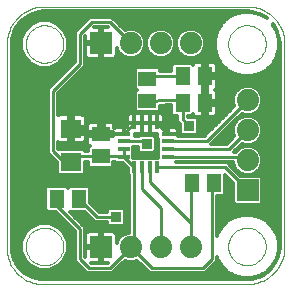
<source format=gtl>
G75*
G70*
%OFA0B0*%
%FSLAX24Y24*%
%IPPOS*%
%LPD*%
%AMOC8*
5,1,8,0,0,1.08239X$1,22.5*
%
%ADD10C,0.0000*%
%ADD11R,0.0157X0.0394*%
%ADD12R,0.0394X0.0157*%
%ADD13R,0.0591X0.0512*%
%ADD14R,0.0709X0.0630*%
%ADD15R,0.0512X0.0591*%
%ADD16R,0.0512X0.0630*%
%ADD17R,0.0740X0.0740*%
%ADD18C,0.0740*%
%ADD19R,0.0356X0.0356*%
%ADD20C,0.0100*%
%ADD21C,0.0120*%
D10*
X000536Y001785D02*
X000534Y001719D01*
X000536Y001653D01*
X000542Y001587D01*
X000551Y001521D01*
X000564Y001456D01*
X000581Y001391D01*
X000601Y001328D01*
X000625Y001266D01*
X000652Y001206D01*
X000683Y001147D01*
X000717Y001089D01*
X000754Y001034D01*
X000794Y000981D01*
X000837Y000931D01*
X000882Y000882D01*
X000931Y000837D01*
X000981Y000794D01*
X001034Y000754D01*
X001089Y000717D01*
X001147Y000683D01*
X001206Y000652D01*
X001266Y000625D01*
X001328Y000601D01*
X001391Y000581D01*
X001456Y000564D01*
X001521Y000551D01*
X001587Y000542D01*
X001653Y000536D01*
X001719Y000534D01*
X001785Y000536D01*
X001785Y000535D02*
X008535Y000535D01*
X008603Y000537D01*
X008670Y000542D01*
X008737Y000551D01*
X008804Y000564D01*
X008869Y000581D01*
X008934Y000600D01*
X008998Y000624D01*
X009060Y000651D01*
X009121Y000681D01*
X009179Y000714D01*
X009236Y000750D01*
X009291Y000790D01*
X009344Y000832D01*
X009395Y000878D01*
X009442Y000925D01*
X009488Y000976D01*
X009530Y001029D01*
X009570Y001084D01*
X009606Y001141D01*
X009639Y001199D01*
X009669Y001260D01*
X009696Y001322D01*
X009720Y001386D01*
X009739Y001451D01*
X009756Y001516D01*
X009769Y001583D01*
X009778Y001650D01*
X009783Y001717D01*
X009785Y001785D01*
X009785Y008535D01*
X009783Y008603D01*
X009778Y008670D01*
X009769Y008737D01*
X009756Y008804D01*
X009739Y008869D01*
X009720Y008934D01*
X009696Y008998D01*
X009669Y009060D01*
X009639Y009121D01*
X009606Y009179D01*
X009570Y009236D01*
X009530Y009291D01*
X009488Y009344D01*
X009442Y009395D01*
X009395Y009442D01*
X009344Y009488D01*
X009291Y009530D01*
X009236Y009570D01*
X009179Y009606D01*
X009121Y009639D01*
X009060Y009669D01*
X008998Y009696D01*
X008934Y009720D01*
X008869Y009739D01*
X008804Y009756D01*
X008737Y009769D01*
X008670Y009778D01*
X008603Y009783D01*
X008535Y009785D01*
X001785Y009785D01*
X001160Y008535D02*
X001162Y008585D01*
X001168Y008634D01*
X001178Y008683D01*
X001191Y008730D01*
X001209Y008777D01*
X001230Y008822D01*
X001254Y008865D01*
X001282Y008906D01*
X001313Y008945D01*
X001347Y008981D01*
X001384Y009015D01*
X001424Y009045D01*
X001465Y009072D01*
X001509Y009096D01*
X001554Y009116D01*
X001601Y009132D01*
X001649Y009145D01*
X001698Y009154D01*
X001748Y009159D01*
X001797Y009160D01*
X001847Y009157D01*
X001896Y009150D01*
X001945Y009139D01*
X001992Y009125D01*
X002038Y009106D01*
X002083Y009084D01*
X002126Y009059D01*
X002166Y009030D01*
X002204Y008998D01*
X002240Y008964D01*
X002273Y008926D01*
X002302Y008886D01*
X002328Y008844D01*
X002351Y008800D01*
X002370Y008754D01*
X002386Y008707D01*
X002398Y008658D01*
X002406Y008609D01*
X002410Y008560D01*
X002410Y008510D01*
X002406Y008461D01*
X002398Y008412D01*
X002386Y008363D01*
X002370Y008316D01*
X002351Y008270D01*
X002328Y008226D01*
X002302Y008184D01*
X002273Y008144D01*
X002240Y008106D01*
X002204Y008072D01*
X002166Y008040D01*
X002126Y008011D01*
X002083Y007986D01*
X002038Y007964D01*
X001992Y007945D01*
X001945Y007931D01*
X001896Y007920D01*
X001847Y007913D01*
X001797Y007910D01*
X001748Y007911D01*
X001698Y007916D01*
X001649Y007925D01*
X001601Y007938D01*
X001554Y007954D01*
X001509Y007974D01*
X001465Y007998D01*
X001424Y008025D01*
X001384Y008055D01*
X001347Y008089D01*
X001313Y008125D01*
X001282Y008164D01*
X001254Y008205D01*
X001230Y008248D01*
X001209Y008293D01*
X001191Y008340D01*
X001178Y008387D01*
X001168Y008436D01*
X001162Y008485D01*
X001160Y008535D01*
X000535Y008535D02*
X000535Y001785D01*
X001160Y001785D02*
X001162Y001835D01*
X001168Y001884D01*
X001178Y001933D01*
X001191Y001980D01*
X001209Y002027D01*
X001230Y002072D01*
X001254Y002115D01*
X001282Y002156D01*
X001313Y002195D01*
X001347Y002231D01*
X001384Y002265D01*
X001424Y002295D01*
X001465Y002322D01*
X001509Y002346D01*
X001554Y002366D01*
X001601Y002382D01*
X001649Y002395D01*
X001698Y002404D01*
X001748Y002409D01*
X001797Y002410D01*
X001847Y002407D01*
X001896Y002400D01*
X001945Y002389D01*
X001992Y002375D01*
X002038Y002356D01*
X002083Y002334D01*
X002126Y002309D01*
X002166Y002280D01*
X002204Y002248D01*
X002240Y002214D01*
X002273Y002176D01*
X002302Y002136D01*
X002328Y002094D01*
X002351Y002050D01*
X002370Y002004D01*
X002386Y001957D01*
X002398Y001908D01*
X002406Y001859D01*
X002410Y001810D01*
X002410Y001760D01*
X002406Y001711D01*
X002398Y001662D01*
X002386Y001613D01*
X002370Y001566D01*
X002351Y001520D01*
X002328Y001476D01*
X002302Y001434D01*
X002273Y001394D01*
X002240Y001356D01*
X002204Y001322D01*
X002166Y001290D01*
X002126Y001261D01*
X002083Y001236D01*
X002038Y001214D01*
X001992Y001195D01*
X001945Y001181D01*
X001896Y001170D01*
X001847Y001163D01*
X001797Y001160D01*
X001748Y001161D01*
X001698Y001166D01*
X001649Y001175D01*
X001601Y001188D01*
X001554Y001204D01*
X001509Y001224D01*
X001465Y001248D01*
X001424Y001275D01*
X001384Y001305D01*
X001347Y001339D01*
X001313Y001375D01*
X001282Y001414D01*
X001254Y001455D01*
X001230Y001498D01*
X001209Y001543D01*
X001191Y001590D01*
X001178Y001637D01*
X001168Y001686D01*
X001162Y001735D01*
X001160Y001785D01*
X000535Y008535D02*
X000537Y008603D01*
X000542Y008670D01*
X000551Y008737D01*
X000564Y008804D01*
X000581Y008869D01*
X000600Y008934D01*
X000624Y008998D01*
X000651Y009060D01*
X000681Y009121D01*
X000714Y009179D01*
X000750Y009236D01*
X000790Y009291D01*
X000832Y009344D01*
X000878Y009395D01*
X000925Y009442D01*
X000976Y009488D01*
X001029Y009530D01*
X001084Y009570D01*
X001141Y009606D01*
X001199Y009639D01*
X001260Y009669D01*
X001322Y009696D01*
X001386Y009720D01*
X001451Y009739D01*
X001516Y009756D01*
X001583Y009769D01*
X001650Y009778D01*
X001717Y009783D01*
X001785Y009785D01*
X007910Y008535D02*
X007912Y008585D01*
X007918Y008634D01*
X007928Y008683D01*
X007941Y008730D01*
X007959Y008777D01*
X007980Y008822D01*
X008004Y008865D01*
X008032Y008906D01*
X008063Y008945D01*
X008097Y008981D01*
X008134Y009015D01*
X008174Y009045D01*
X008215Y009072D01*
X008259Y009096D01*
X008304Y009116D01*
X008351Y009132D01*
X008399Y009145D01*
X008448Y009154D01*
X008498Y009159D01*
X008547Y009160D01*
X008597Y009157D01*
X008646Y009150D01*
X008695Y009139D01*
X008742Y009125D01*
X008788Y009106D01*
X008833Y009084D01*
X008876Y009059D01*
X008916Y009030D01*
X008954Y008998D01*
X008990Y008964D01*
X009023Y008926D01*
X009052Y008886D01*
X009078Y008844D01*
X009101Y008800D01*
X009120Y008754D01*
X009136Y008707D01*
X009148Y008658D01*
X009156Y008609D01*
X009160Y008560D01*
X009160Y008510D01*
X009156Y008461D01*
X009148Y008412D01*
X009136Y008363D01*
X009120Y008316D01*
X009101Y008270D01*
X009078Y008226D01*
X009052Y008184D01*
X009023Y008144D01*
X008990Y008106D01*
X008954Y008072D01*
X008916Y008040D01*
X008876Y008011D01*
X008833Y007986D01*
X008788Y007964D01*
X008742Y007945D01*
X008695Y007931D01*
X008646Y007920D01*
X008597Y007913D01*
X008547Y007910D01*
X008498Y007911D01*
X008448Y007916D01*
X008399Y007925D01*
X008351Y007938D01*
X008304Y007954D01*
X008259Y007974D01*
X008215Y007998D01*
X008174Y008025D01*
X008134Y008055D01*
X008097Y008089D01*
X008063Y008125D01*
X008032Y008164D01*
X008004Y008205D01*
X007980Y008248D01*
X007959Y008293D01*
X007941Y008340D01*
X007928Y008387D01*
X007918Y008436D01*
X007912Y008485D01*
X007910Y008535D01*
X007910Y001785D02*
X007912Y001835D01*
X007918Y001884D01*
X007928Y001933D01*
X007941Y001980D01*
X007959Y002027D01*
X007980Y002072D01*
X008004Y002115D01*
X008032Y002156D01*
X008063Y002195D01*
X008097Y002231D01*
X008134Y002265D01*
X008174Y002295D01*
X008215Y002322D01*
X008259Y002346D01*
X008304Y002366D01*
X008351Y002382D01*
X008399Y002395D01*
X008448Y002404D01*
X008498Y002409D01*
X008547Y002410D01*
X008597Y002407D01*
X008646Y002400D01*
X008695Y002389D01*
X008742Y002375D01*
X008788Y002356D01*
X008833Y002334D01*
X008876Y002309D01*
X008916Y002280D01*
X008954Y002248D01*
X008990Y002214D01*
X009023Y002176D01*
X009052Y002136D01*
X009078Y002094D01*
X009101Y002050D01*
X009120Y002004D01*
X009136Y001957D01*
X009148Y001908D01*
X009156Y001859D01*
X009160Y001810D01*
X009160Y001760D01*
X009156Y001711D01*
X009148Y001662D01*
X009136Y001613D01*
X009120Y001566D01*
X009101Y001520D01*
X009078Y001476D01*
X009052Y001434D01*
X009023Y001394D01*
X008990Y001356D01*
X008954Y001322D01*
X008916Y001290D01*
X008876Y001261D01*
X008833Y001236D01*
X008788Y001214D01*
X008742Y001195D01*
X008695Y001181D01*
X008646Y001170D01*
X008597Y001163D01*
X008547Y001160D01*
X008498Y001161D01*
X008448Y001166D01*
X008399Y001175D01*
X008351Y001188D01*
X008304Y001204D01*
X008259Y001224D01*
X008215Y001248D01*
X008174Y001275D01*
X008134Y001305D01*
X008097Y001339D01*
X008063Y001375D01*
X008032Y001414D01*
X008004Y001455D01*
X007980Y001498D01*
X007959Y001543D01*
X007941Y001590D01*
X007928Y001637D01*
X007918Y001686D01*
X007912Y001735D01*
X007910Y001785D01*
D11*
X005544Y004432D03*
X005288Y004432D03*
X005032Y004432D03*
X004776Y004432D03*
X004776Y005888D03*
X005032Y005888D03*
X005288Y005888D03*
X005544Y005888D03*
D12*
X005888Y005544D03*
X005888Y005288D03*
X005888Y005032D03*
X005888Y004776D03*
X004432Y004776D03*
X004432Y005032D03*
X004432Y005288D03*
X004432Y005544D03*
D13*
X003660Y005534D03*
X003660Y004786D03*
X005210Y006636D03*
X005210Y007384D03*
D14*
X002660Y005711D03*
X002660Y004609D03*
D15*
X006386Y006560D03*
X007134Y006560D03*
D16*
X007134Y007460D03*
X006386Y007460D03*
X006686Y003910D03*
X007434Y003910D03*
X002934Y003360D03*
X002186Y003360D03*
D17*
X003660Y001760D03*
X008560Y003660D03*
X003660Y008560D03*
D18*
X004660Y008560D03*
X005660Y008560D03*
X006660Y008560D03*
X008560Y006660D03*
X008560Y005660D03*
X008560Y004660D03*
X006660Y001760D03*
X005660Y001760D03*
X004660Y001760D03*
D19*
X004160Y002760D03*
X005188Y005188D03*
X006610Y005810D03*
X007860Y007310D03*
X003760Y006260D03*
X001260Y003060D03*
X007760Y002860D03*
D20*
X007360Y003536D02*
X007434Y003910D01*
X007360Y003536D02*
X007360Y001360D01*
X007060Y001060D01*
X005360Y001060D01*
X004660Y001760D01*
X004760Y001860D01*
X004760Y002660D01*
X004776Y002676D01*
X004776Y004432D01*
X004432Y004776D01*
X004422Y004786D01*
X003660Y004786D01*
X002837Y004786D01*
X002660Y004609D01*
X002611Y004560D01*
X002460Y004560D01*
X002060Y004960D01*
X002060Y006960D01*
X002960Y007860D01*
X002960Y008860D01*
X003360Y009260D01*
X003960Y009260D01*
X004660Y008560D01*
X005210Y007384D02*
X005386Y007460D01*
X006386Y007460D01*
X007134Y007460D02*
X007134Y006560D01*
X006560Y006686D02*
X006386Y006560D01*
X006386Y006034D01*
X006610Y005810D01*
X007188Y005288D02*
X008560Y006660D01*
X008560Y005660D02*
X007932Y005032D01*
X005888Y005032D01*
X005888Y004776D02*
X008444Y004776D01*
X008560Y004660D01*
X007788Y004432D02*
X008560Y003660D01*
X007788Y004432D02*
X005544Y004432D01*
X005288Y004432D02*
X005288Y003932D01*
X006660Y002560D01*
X006660Y001760D01*
X006660Y003584D01*
X006686Y003910D01*
X005660Y003060D02*
X005660Y001760D01*
X004660Y001760D02*
X003960Y001060D01*
X003260Y001060D01*
X002960Y001360D01*
X002960Y002360D01*
X002160Y003160D01*
X002186Y003360D01*
X002734Y003286D02*
X002760Y003260D01*
X002734Y003286D02*
X002934Y003360D01*
X003534Y002760D01*
X004160Y002760D01*
X005032Y003688D02*
X005660Y003060D01*
X005032Y003688D02*
X005032Y004432D01*
X004432Y004776D02*
X004432Y005032D01*
X004432Y005288D02*
X005088Y005288D01*
X005110Y005310D01*
X005188Y005188D01*
X005288Y005888D02*
X005032Y005888D01*
X004776Y005888D01*
X004432Y005544D01*
X003670Y005544D01*
X003660Y005534D01*
X003860Y005734D01*
X003760Y005660D01*
X003760Y006260D01*
X003660Y005534D02*
X002837Y005534D01*
X002660Y005711D01*
X005210Y006636D02*
X006560Y006686D01*
X005544Y005888D02*
X005888Y005544D01*
X005888Y005288D02*
X007188Y005288D01*
X005544Y005888D02*
X005288Y005888D01*
D21*
X003109Y000971D02*
X001033Y000971D01*
X001103Y000901D02*
X000901Y001103D01*
X000762Y001354D01*
X000697Y001633D01*
X000695Y001764D01*
X000695Y001781D01*
X000698Y001843D01*
X000695Y001846D01*
X000695Y008469D01*
X000695Y008535D01*
X000708Y008706D01*
X000814Y009030D01*
X001014Y009306D01*
X001290Y009506D01*
X001614Y009612D01*
X001785Y009625D01*
X008535Y009625D01*
X008706Y009612D01*
X009030Y009506D01*
X009190Y009390D01*
X008947Y009530D01*
X008676Y009603D01*
X008394Y009603D01*
X008123Y009530D01*
X007879Y009389D01*
X007681Y009191D01*
X007540Y008947D01*
X007467Y008676D01*
X007467Y008394D01*
X007540Y008123D01*
X007681Y007879D01*
X007879Y007681D01*
X008123Y007540D01*
X008394Y007467D01*
X008676Y007467D01*
X008947Y007540D01*
X009191Y007681D01*
X009389Y007879D01*
X009530Y008123D01*
X009603Y008394D01*
X009603Y008676D01*
X009530Y008947D01*
X009390Y009190D01*
X009506Y009030D01*
X009612Y008706D01*
X009625Y008535D01*
X009625Y001785D01*
X009612Y001614D01*
X009506Y001290D01*
X009306Y001014D01*
X009030Y000814D01*
X008706Y000708D01*
X008535Y000695D01*
X001846Y000695D01*
X001843Y000698D01*
X001781Y000695D01*
X001764Y000695D01*
X001633Y000697D01*
X001354Y000762D01*
X001103Y000901D01*
X001190Y000853D02*
X008030Y000853D01*
X008126Y000797D02*
X007884Y000937D01*
X007687Y001134D01*
X007547Y001376D01*
X007530Y001440D01*
X007530Y001290D01*
X007130Y000890D01*
X005290Y000890D01*
X004865Y001315D01*
X004757Y001270D01*
X004563Y001270D01*
X004455Y001315D01*
X004130Y000990D01*
X004030Y000890D01*
X003190Y000890D01*
X002890Y001190D01*
X002790Y001290D01*
X002790Y002290D01*
X002155Y002925D01*
X001880Y002925D01*
X001810Y002995D01*
X001810Y003725D01*
X001880Y003795D01*
X002492Y003795D01*
X002560Y003727D01*
X002628Y003795D01*
X003240Y003795D01*
X003310Y003725D01*
X003310Y003225D01*
X003604Y002930D01*
X003862Y002930D01*
X003862Y002988D01*
X003932Y003058D01*
X004388Y003058D01*
X004458Y002988D01*
X004458Y002532D01*
X004388Y002462D01*
X003932Y002462D01*
X003862Y002532D01*
X003862Y002590D01*
X003464Y002590D01*
X003129Y002925D01*
X002635Y002925D01*
X003030Y002530D01*
X003030Y002530D01*
X003130Y002430D01*
X003130Y001430D01*
X003130Y001430D01*
X003130Y001720D01*
X003620Y001720D01*
X003620Y001800D01*
X003620Y002290D01*
X003269Y002290D01*
X003228Y002279D01*
X003192Y002258D01*
X003162Y002228D01*
X003141Y002192D01*
X003130Y002151D01*
X003130Y001800D01*
X003620Y001800D01*
X003700Y001800D01*
X003700Y002290D01*
X004051Y002290D01*
X004092Y002279D01*
X004128Y002258D01*
X004158Y002228D01*
X004179Y002192D01*
X004190Y002151D01*
X004190Y001906D01*
X004245Y002038D01*
X004382Y002175D01*
X004563Y002250D01*
X004590Y002250D01*
X004590Y002730D01*
X004606Y002747D01*
X004606Y004156D01*
X004577Y004185D01*
X004577Y004390D01*
X004390Y004577D01*
X004185Y004577D01*
X004147Y004616D01*
X004075Y004616D01*
X004075Y004480D01*
X004005Y004410D01*
X003315Y004410D01*
X003245Y004480D01*
X003245Y004616D01*
X003134Y004616D01*
X003134Y004244D01*
X003064Y004174D01*
X002256Y004174D01*
X002186Y004244D01*
X002186Y004594D01*
X001890Y004890D01*
X001890Y007030D01*
X001990Y007130D01*
X002790Y007930D01*
X002790Y008930D01*
X002890Y009030D01*
X003290Y009430D01*
X004030Y009430D01*
X004130Y009330D01*
X004455Y009005D01*
X004563Y009050D01*
X004757Y009050D01*
X004938Y008975D01*
X005075Y008838D01*
X005150Y008657D01*
X005150Y008463D01*
X005075Y008282D01*
X004938Y008145D01*
X004757Y008070D01*
X004563Y008070D01*
X004382Y008145D01*
X004245Y008282D01*
X004190Y008414D01*
X004190Y008169D01*
X004179Y008128D01*
X004158Y008092D01*
X004128Y008062D01*
X004092Y008041D01*
X004051Y008030D01*
X003700Y008030D01*
X003700Y008520D01*
X003620Y008520D01*
X003620Y008030D01*
X003269Y008030D01*
X003228Y008041D01*
X003192Y008062D01*
X003162Y008092D01*
X003141Y008128D01*
X003130Y008169D01*
X003130Y008520D01*
X003620Y008520D01*
X003620Y008600D01*
X003620Y009090D01*
X003430Y009090D01*
X003430Y009090D01*
X003890Y009090D01*
X003700Y009090D01*
X003700Y008600D01*
X003620Y008600D01*
X003130Y008600D01*
X003130Y008790D01*
X003130Y008790D01*
X003130Y007790D01*
X002230Y006890D01*
X002230Y006167D01*
X002244Y006175D01*
X002285Y006186D01*
X002600Y006186D01*
X002600Y005771D01*
X002720Y005771D01*
X003174Y005771D01*
X003174Y006047D01*
X003163Y006088D01*
X003142Y006124D01*
X003113Y006154D01*
X003076Y006175D01*
X003035Y006186D01*
X002720Y006186D01*
X002720Y005771D01*
X002720Y005651D01*
X002720Y005236D01*
X003035Y005236D01*
X003076Y005247D01*
X003113Y005268D01*
X003142Y005298D01*
X003163Y005334D01*
X003174Y005375D01*
X003174Y005651D01*
X002720Y005651D01*
X002600Y005651D01*
X002600Y005236D01*
X002285Y005236D01*
X002244Y005247D01*
X002230Y005255D01*
X002230Y005030D01*
X002236Y005024D01*
X002256Y005044D01*
X003064Y005044D01*
X003134Y004973D01*
X003134Y004956D01*
X003245Y004956D01*
X003245Y005092D01*
X003290Y005137D01*
X003266Y005150D01*
X003237Y005180D01*
X003216Y005216D01*
X003205Y005257D01*
X003205Y005474D01*
X003174Y005474D01*
X003205Y005474D02*
X003600Y005474D01*
X003600Y005594D01*
X003205Y005594D01*
X003205Y005811D01*
X003216Y005852D01*
X003237Y005888D01*
X003266Y005918D01*
X003303Y005939D01*
X003344Y005950D01*
X003600Y005950D01*
X003600Y005594D01*
X003720Y005594D01*
X004075Y005594D01*
X004075Y005544D01*
X004432Y005544D01*
X004432Y005544D01*
X004432Y005783D01*
X004537Y005783D01*
X004537Y005888D01*
X004776Y005888D01*
X004776Y005888D01*
X004776Y005888D01*
X005032Y005888D01*
X005032Y005888D01*
X005032Y005531D01*
X005132Y005531D01*
X005160Y005539D01*
X005188Y005531D01*
X005288Y005531D01*
X005388Y005531D01*
X005416Y005539D01*
X005444Y005531D01*
X005531Y005531D01*
X005531Y005444D01*
X005542Y005403D01*
X005563Y005367D01*
X005571Y005359D01*
X005571Y004749D01*
X004749Y004749D01*
X004749Y005118D01*
X004890Y005118D01*
X004890Y004960D01*
X004960Y004890D01*
X005416Y004890D01*
X005486Y004960D01*
X005486Y005416D01*
X005416Y005486D01*
X005101Y005486D01*
X005078Y005491D01*
X005070Y005486D01*
X004960Y005486D01*
X004932Y005458D01*
X004789Y005458D01*
X004789Y005531D01*
X004876Y005531D01*
X004904Y005539D01*
X004932Y005531D01*
X005032Y005531D01*
X005032Y005888D01*
X005032Y005888D01*
X005032Y005888D01*
X005288Y005888D01*
X005288Y005531D01*
X005288Y005888D01*
X005288Y005888D01*
X005288Y005888D01*
X005544Y005888D01*
X005544Y005888D01*
X005783Y005888D01*
X005783Y005783D01*
X005888Y005783D01*
X005888Y005544D01*
X005888Y005544D01*
X005888Y005783D01*
X006106Y005783D01*
X006147Y005772D01*
X006183Y005751D01*
X006213Y005721D01*
X006234Y005684D01*
X006245Y005644D01*
X006245Y005544D01*
X005888Y005544D01*
X005888Y005544D01*
X006245Y005544D01*
X006245Y005458D01*
X007118Y005458D01*
X008115Y006455D01*
X008070Y006563D01*
X008070Y006757D01*
X008145Y006938D01*
X008282Y007075D01*
X008463Y007150D01*
X008657Y007150D01*
X008838Y007075D01*
X008975Y006938D01*
X009050Y006757D01*
X009050Y006563D01*
X008975Y006382D01*
X008838Y006245D01*
X008657Y006170D01*
X008463Y006170D01*
X008355Y006215D01*
X007342Y005202D01*
X007862Y005202D01*
X008115Y005455D01*
X008070Y005563D01*
X008070Y005757D01*
X008145Y005938D01*
X008282Y006075D01*
X008463Y006150D01*
X008657Y006150D01*
X008838Y006075D01*
X008975Y005938D01*
X009050Y005757D01*
X009050Y005563D01*
X008975Y005382D01*
X008838Y005245D01*
X008657Y005170D01*
X008463Y005170D01*
X008355Y005215D01*
X008087Y004946D01*
X008153Y004946D01*
X008282Y005075D01*
X008463Y005150D01*
X008657Y005150D01*
X008838Y005075D01*
X008975Y004938D01*
X009050Y004757D01*
X009050Y004563D01*
X008975Y004382D01*
X008838Y004245D01*
X008657Y004170D01*
X008463Y004170D01*
X008282Y004245D01*
X008145Y004382D01*
X008070Y004563D01*
X008070Y004606D01*
X006164Y004606D01*
X006159Y004602D01*
X007859Y004602D01*
X008310Y004150D01*
X008980Y004150D01*
X009050Y004080D01*
X009050Y003240D01*
X008980Y003170D01*
X008140Y003170D01*
X008070Y003240D01*
X008070Y003910D01*
X007810Y004170D01*
X007810Y003545D01*
X007740Y003475D01*
X007530Y003475D01*
X007530Y002130D01*
X007547Y002194D01*
X007687Y002436D01*
X007884Y002633D01*
X008126Y002773D01*
X008395Y002845D01*
X008675Y002845D01*
X008944Y002773D01*
X009186Y002633D01*
X009383Y002436D01*
X009523Y002194D01*
X009595Y001925D01*
X009595Y001645D01*
X009523Y001376D01*
X009383Y001134D01*
X009186Y000937D01*
X008944Y000797D01*
X008675Y000725D01*
X008395Y000725D01*
X008126Y000797D01*
X007850Y000971D02*
X007211Y000971D01*
X007330Y001090D02*
X007731Y001090D01*
X007644Y001208D02*
X007448Y001208D01*
X007530Y001327D02*
X007576Y001327D01*
X007537Y002156D02*
X007530Y002156D01*
X007530Y002275D02*
X007594Y002275D01*
X007530Y002393D02*
X007662Y002393D01*
X007762Y002512D02*
X007530Y002512D01*
X007530Y002630D02*
X007881Y002630D01*
X008084Y002749D02*
X007530Y002749D01*
X007530Y002867D02*
X009625Y002867D01*
X009625Y002749D02*
X008986Y002749D01*
X009189Y002630D02*
X009625Y002630D01*
X009625Y002512D02*
X009308Y002512D01*
X009408Y002393D02*
X009625Y002393D01*
X009625Y002275D02*
X009476Y002275D01*
X009533Y002156D02*
X009625Y002156D01*
X009625Y002038D02*
X009565Y002038D01*
X009595Y001919D02*
X009625Y001919D01*
X009625Y001801D02*
X009595Y001801D01*
X009595Y001682D02*
X009617Y001682D01*
X009595Y001564D02*
X009573Y001564D01*
X009557Y001445D02*
X009541Y001445D01*
X009518Y001327D02*
X009494Y001327D01*
X009447Y001208D02*
X009426Y001208D01*
X009360Y001090D02*
X009339Y001090D01*
X009246Y000971D02*
X009220Y000971D01*
X009083Y000853D02*
X009040Y000853D01*
X008784Y000734D02*
X008708Y000734D01*
X008362Y000734D02*
X001474Y000734D01*
X001354Y000762D02*
X001354Y000762D01*
X001340Y001120D02*
X001629Y001000D01*
X001941Y001000D01*
X002230Y001120D01*
X002450Y001340D01*
X002570Y001629D01*
X002570Y001941D01*
X002450Y002230D01*
X002230Y002450D01*
X001941Y002570D01*
X001629Y002570D01*
X001340Y002450D01*
X001120Y002230D01*
X001000Y001941D01*
X001000Y001629D01*
X001120Y001340D01*
X001340Y001120D01*
X001413Y001090D02*
X000914Y001090D01*
X000842Y001208D02*
X001252Y001208D01*
X001133Y001327D02*
X000777Y001327D01*
X000741Y001445D02*
X001076Y001445D01*
X001027Y001564D02*
X000713Y001564D01*
X000696Y001682D02*
X001000Y001682D01*
X001000Y001801D02*
X000696Y001801D01*
X000695Y001919D02*
X001000Y001919D01*
X001040Y002038D02*
X000695Y002038D01*
X000695Y002156D02*
X001089Y002156D01*
X001164Y002275D02*
X000695Y002275D01*
X000695Y002393D02*
X001283Y002393D01*
X001488Y002512D02*
X000695Y002512D01*
X000695Y002630D02*
X002450Y002630D01*
X002568Y002512D02*
X002082Y002512D01*
X002287Y002393D02*
X002687Y002393D01*
X002790Y002275D02*
X002406Y002275D01*
X002481Y002156D02*
X002790Y002156D01*
X002790Y002038D02*
X002530Y002038D01*
X002570Y001919D02*
X002790Y001919D01*
X002790Y001801D02*
X002570Y001801D01*
X002570Y001682D02*
X002790Y001682D01*
X002790Y001564D02*
X002543Y001564D01*
X002494Y001445D02*
X002790Y001445D01*
X002790Y001327D02*
X002437Y001327D01*
X002318Y001208D02*
X002872Y001208D01*
X002990Y001090D02*
X002157Y001090D01*
X003130Y001445D02*
X003130Y001445D01*
X003130Y001564D02*
X003130Y001564D01*
X003130Y001682D02*
X003130Y001682D01*
X003130Y001801D02*
X003130Y001801D01*
X003130Y001919D02*
X003130Y001919D01*
X003130Y002038D02*
X003130Y002038D01*
X003130Y002156D02*
X003131Y002156D01*
X003130Y002275D02*
X003220Y002275D01*
X003130Y002393D02*
X004590Y002393D01*
X004590Y002275D02*
X004100Y002275D01*
X004189Y002156D02*
X004363Y002156D01*
X004245Y002038D02*
X004190Y002038D01*
X004190Y001919D02*
X004195Y001919D01*
X003700Y001919D02*
X003620Y001919D01*
X003620Y001801D02*
X003700Y001801D01*
X003700Y001720D02*
X003700Y001230D01*
X003890Y001230D01*
X003890Y001230D01*
X003330Y001230D01*
X003620Y001230D01*
X003620Y001720D01*
X003700Y001720D01*
X003700Y001682D02*
X003620Y001682D01*
X003620Y001564D02*
X003700Y001564D01*
X003700Y001445D02*
X003620Y001445D01*
X003620Y001327D02*
X003700Y001327D01*
X003330Y001230D02*
X003330Y001230D01*
X004111Y000971D02*
X005209Y000971D01*
X005090Y001090D02*
X004230Y001090D01*
X004348Y001208D02*
X004972Y001208D01*
X004590Y002512D02*
X004437Y002512D01*
X004458Y002630D02*
X004590Y002630D01*
X004606Y002749D02*
X004458Y002749D01*
X004458Y002867D02*
X004606Y002867D01*
X004606Y002986D02*
X004458Y002986D01*
X004606Y003104D02*
X003430Y003104D01*
X003312Y003223D02*
X004606Y003223D01*
X004606Y003341D02*
X003310Y003341D01*
X003310Y003460D02*
X004606Y003460D01*
X004606Y003578D02*
X003310Y003578D01*
X003310Y003697D02*
X004606Y003697D01*
X004606Y003815D02*
X000695Y003815D01*
X000695Y003697D02*
X001810Y003697D01*
X001810Y003578D02*
X000695Y003578D01*
X000695Y003460D02*
X001810Y003460D01*
X001810Y003341D02*
X000695Y003341D01*
X000695Y003223D02*
X001810Y003223D01*
X001810Y003104D02*
X000695Y003104D01*
X000695Y002986D02*
X001820Y002986D01*
X002213Y002867D02*
X000695Y002867D01*
X000695Y002749D02*
X002331Y002749D01*
X002693Y002867D02*
X003187Y002867D01*
X003305Y002749D02*
X002812Y002749D01*
X002930Y002630D02*
X003424Y002630D01*
X003549Y002986D02*
X003862Y002986D01*
X003883Y002512D02*
X003049Y002512D01*
X003620Y002275D02*
X003700Y002275D01*
X003700Y002156D02*
X003620Y002156D01*
X003620Y002038D02*
X003700Y002038D01*
X004606Y003934D02*
X000695Y003934D01*
X000695Y004052D02*
X004606Y004052D01*
X004592Y004171D02*
X000695Y004171D01*
X000695Y004289D02*
X002186Y004289D01*
X002186Y004408D02*
X000695Y004408D01*
X000695Y004526D02*
X002186Y004526D01*
X002135Y004645D02*
X000695Y004645D01*
X000695Y004763D02*
X002017Y004763D01*
X001898Y004882D02*
X000695Y004882D01*
X000695Y005000D02*
X001890Y005000D01*
X001890Y005119D02*
X000695Y005119D01*
X000695Y005237D02*
X001890Y005237D01*
X001890Y005356D02*
X000695Y005356D01*
X000695Y005474D02*
X001890Y005474D01*
X001890Y005593D02*
X000695Y005593D01*
X000695Y005711D02*
X001890Y005711D01*
X001890Y005830D02*
X000695Y005830D01*
X000695Y005948D02*
X001890Y005948D01*
X001890Y006067D02*
X000695Y006067D01*
X000695Y006185D02*
X001890Y006185D01*
X001890Y006304D02*
X000695Y006304D01*
X000695Y006422D02*
X001890Y006422D01*
X001890Y006541D02*
X000695Y006541D01*
X000695Y006659D02*
X001890Y006659D01*
X001890Y006778D02*
X000695Y006778D01*
X000695Y006896D02*
X001890Y006896D01*
X001890Y007015D02*
X000695Y007015D01*
X000695Y007133D02*
X001993Y007133D01*
X002111Y007252D02*
X000695Y007252D01*
X000695Y007370D02*
X002230Y007370D01*
X002348Y007489D02*
X000695Y007489D01*
X000695Y007607D02*
X002467Y007607D01*
X002585Y007726D02*
X000695Y007726D01*
X000695Y007844D02*
X001402Y007844D01*
X001340Y007870D02*
X001629Y007750D01*
X001941Y007750D01*
X002230Y007870D01*
X002450Y008090D01*
X002570Y008379D01*
X002570Y008691D01*
X002450Y008980D01*
X002230Y009200D01*
X001941Y009320D01*
X001629Y009320D01*
X001340Y009200D01*
X001120Y008980D01*
X001000Y008691D01*
X001000Y008379D01*
X001120Y008090D01*
X001340Y007870D01*
X001247Y007963D02*
X000695Y007963D01*
X000695Y008081D02*
X001129Y008081D01*
X001074Y008200D02*
X000695Y008200D01*
X000695Y008318D02*
X001025Y008318D01*
X001000Y008437D02*
X000695Y008437D01*
X000697Y008555D02*
X001000Y008555D01*
X001000Y008674D02*
X000706Y008674D01*
X000737Y008792D02*
X001042Y008792D01*
X001091Y008911D02*
X000775Y008911D01*
X000814Y009029D02*
X001169Y009029D01*
X001287Y009148D02*
X000899Y009148D01*
X000985Y009266D02*
X001499Y009266D01*
X001286Y009503D02*
X008076Y009503D01*
X007874Y009385D02*
X004076Y009385D01*
X004194Y009266D02*
X007756Y009266D01*
X007656Y009148D02*
X004313Y009148D01*
X004431Y009029D02*
X004512Y009029D01*
X004808Y009029D02*
X005512Y009029D01*
X005563Y009050D02*
X005382Y008975D01*
X005245Y008838D01*
X005170Y008657D01*
X005170Y008463D01*
X005245Y008282D01*
X005382Y008145D01*
X005563Y008070D01*
X005757Y008070D01*
X005938Y008145D01*
X006075Y008282D01*
X006150Y008463D01*
X006150Y008657D01*
X006075Y008838D01*
X005938Y008975D01*
X005757Y009050D01*
X005563Y009050D01*
X005318Y008911D02*
X005002Y008911D01*
X005094Y008792D02*
X005226Y008792D01*
X005177Y008674D02*
X005143Y008674D01*
X005150Y008555D02*
X005170Y008555D01*
X005181Y008437D02*
X005139Y008437D01*
X005090Y008318D02*
X005230Y008318D01*
X005328Y008200D02*
X004992Y008200D01*
X004784Y008081D02*
X005536Y008081D01*
X005784Y008081D02*
X006536Y008081D01*
X006563Y008070D02*
X006757Y008070D01*
X006938Y008145D01*
X007075Y008282D01*
X007150Y008463D01*
X007150Y008657D01*
X007075Y008838D01*
X006938Y008975D01*
X006757Y009050D01*
X006563Y009050D01*
X006382Y008975D01*
X006245Y008838D01*
X006170Y008657D01*
X006170Y008463D01*
X006245Y008282D01*
X006382Y008145D01*
X006563Y008070D01*
X006692Y007895D02*
X006080Y007895D01*
X006010Y007825D01*
X006010Y007630D01*
X005625Y007630D01*
X005625Y007690D01*
X005555Y007760D01*
X004865Y007760D01*
X004795Y007690D01*
X004795Y007078D01*
X004863Y007010D01*
X004795Y006942D01*
X004795Y006330D01*
X004865Y006260D01*
X005555Y006260D01*
X005625Y006330D01*
X005625Y006481D01*
X006010Y006496D01*
X006010Y006215D01*
X006080Y006145D01*
X006216Y006145D01*
X006216Y005964D01*
X006312Y005868D01*
X006312Y005582D01*
X006382Y005512D01*
X006838Y005512D01*
X006908Y005582D01*
X006908Y006038D01*
X006838Y006108D01*
X006556Y006108D01*
X006556Y006145D01*
X006692Y006145D01*
X006737Y006190D01*
X006750Y006166D01*
X006780Y006137D01*
X006816Y006116D01*
X006857Y006105D01*
X007074Y006105D01*
X007074Y006500D01*
X007194Y006500D01*
X007194Y006105D01*
X007411Y006105D01*
X007452Y006116D01*
X007488Y006137D01*
X007518Y006166D01*
X007539Y006203D01*
X007550Y006244D01*
X007550Y006500D01*
X007194Y006500D01*
X007194Y006620D01*
X007074Y006620D01*
X007074Y007400D01*
X007194Y007400D01*
X007194Y006985D01*
X007194Y006620D01*
X007550Y006620D01*
X007550Y006876D01*
X007539Y006917D01*
X007518Y006954D01*
X007488Y006983D01*
X007459Y007000D01*
X007488Y007017D01*
X007518Y007047D01*
X007539Y007083D01*
X007550Y007124D01*
X007550Y007400D01*
X007194Y007400D01*
X007194Y007520D01*
X007074Y007520D01*
X007074Y007935D01*
X006857Y007935D01*
X006816Y007924D01*
X006780Y007903D01*
X006750Y007873D01*
X006737Y007850D01*
X006692Y007895D01*
X006784Y008081D02*
X007564Y008081D01*
X007519Y008200D02*
X006992Y008200D01*
X007090Y008318D02*
X007488Y008318D01*
X007467Y008437D02*
X007139Y008437D01*
X007150Y008555D02*
X007467Y008555D01*
X007467Y008674D02*
X007143Y008674D01*
X007094Y008792D02*
X007498Y008792D01*
X007530Y008911D02*
X007002Y008911D01*
X006808Y009029D02*
X007587Y009029D01*
X007633Y007963D02*
X003130Y007963D01*
X003130Y008081D02*
X003173Y008081D01*
X003130Y008200D02*
X003130Y008200D01*
X003130Y008318D02*
X003130Y008318D01*
X003130Y008437D02*
X003130Y008437D01*
X003130Y008555D02*
X003620Y008555D01*
X003620Y008437D02*
X003700Y008437D01*
X003700Y008318D02*
X003620Y008318D01*
X003620Y008200D02*
X003700Y008200D01*
X003700Y008081D02*
X003620Y008081D01*
X004147Y008081D02*
X004536Y008081D01*
X004328Y008200D02*
X004190Y008200D01*
X004190Y008318D02*
X004230Y008318D01*
X003700Y008674D02*
X003620Y008674D01*
X003620Y008792D02*
X003700Y008792D01*
X003700Y008911D02*
X003620Y008911D01*
X003620Y009029D02*
X003700Y009029D01*
X003890Y009090D02*
X003890Y009090D01*
X003244Y009385D02*
X001123Y009385D01*
X001741Y009622D02*
X008579Y009622D01*
X008994Y009503D02*
X009034Y009503D01*
X009414Y009148D02*
X009421Y009148D01*
X009483Y009029D02*
X009506Y009029D01*
X009540Y008911D02*
X009545Y008911D01*
X009572Y008792D02*
X009583Y008792D01*
X009603Y008674D02*
X009614Y008674D01*
X009603Y008555D02*
X009623Y008555D01*
X009625Y008437D02*
X009603Y008437D01*
X009582Y008318D02*
X009625Y008318D01*
X009625Y008200D02*
X009551Y008200D01*
X009506Y008081D02*
X009625Y008081D01*
X009625Y007963D02*
X009437Y007963D01*
X009354Y007844D02*
X009625Y007844D01*
X009625Y007726D02*
X009236Y007726D01*
X009063Y007607D02*
X009625Y007607D01*
X009625Y007489D02*
X008755Y007489D01*
X008698Y007133D02*
X009625Y007133D01*
X009625Y007252D02*
X007550Y007252D01*
X007550Y007370D02*
X009625Y007370D01*
X009625Y007015D02*
X008898Y007015D01*
X008993Y006896D02*
X009625Y006896D01*
X009625Y006778D02*
X009042Y006778D01*
X009050Y006659D02*
X009625Y006659D01*
X009625Y006541D02*
X009041Y006541D01*
X008992Y006422D02*
X009625Y006422D01*
X009625Y006304D02*
X008896Y006304D01*
X008694Y006185D02*
X009625Y006185D01*
X009625Y006067D02*
X008846Y006067D01*
X008965Y005948D02*
X009625Y005948D01*
X009625Y005830D02*
X009020Y005830D01*
X009050Y005711D02*
X009625Y005711D01*
X009625Y005593D02*
X009050Y005593D01*
X009013Y005474D02*
X009625Y005474D01*
X009625Y005356D02*
X008948Y005356D01*
X008819Y005237D02*
X009625Y005237D01*
X009625Y005119D02*
X008733Y005119D01*
X008913Y005000D02*
X009625Y005000D01*
X009625Y004882D02*
X008999Y004882D01*
X009048Y004763D02*
X009625Y004763D01*
X009625Y004645D02*
X009050Y004645D01*
X009035Y004526D02*
X009625Y004526D01*
X009625Y004408D02*
X008986Y004408D01*
X008882Y004289D02*
X009625Y004289D01*
X009625Y004171D02*
X008659Y004171D01*
X008461Y004171D02*
X008290Y004171D01*
X008238Y004289D02*
X008171Y004289D01*
X008134Y004408D02*
X008053Y004408D01*
X008085Y004526D02*
X007934Y004526D01*
X007928Y004052D02*
X007810Y004052D01*
X007810Y003934D02*
X008046Y003934D01*
X008070Y003815D02*
X007810Y003815D01*
X007810Y003697D02*
X008070Y003697D01*
X008070Y003578D02*
X007810Y003578D01*
X008070Y003460D02*
X007530Y003460D01*
X007530Y003341D02*
X008070Y003341D01*
X008088Y003223D02*
X007530Y003223D01*
X007530Y003104D02*
X009625Y003104D01*
X009625Y003223D02*
X009032Y003223D01*
X009050Y003341D02*
X009625Y003341D01*
X009625Y003460D02*
X009050Y003460D01*
X009050Y003578D02*
X009625Y003578D01*
X009625Y003697D02*
X009050Y003697D01*
X009050Y003815D02*
X009625Y003815D01*
X009625Y003934D02*
X009050Y003934D01*
X009050Y004052D02*
X009625Y004052D01*
X009625Y002986D02*
X007530Y002986D01*
X005571Y004763D02*
X004749Y004763D01*
X004749Y004882D02*
X005571Y004882D01*
X005571Y005000D02*
X005486Y005000D01*
X005486Y005119D02*
X005571Y005119D01*
X005571Y005237D02*
X005486Y005237D01*
X005486Y005356D02*
X005571Y005356D01*
X005531Y005474D02*
X005428Y005474D01*
X005288Y005593D02*
X005288Y005593D01*
X005288Y005711D02*
X005288Y005711D01*
X005288Y005830D02*
X005288Y005830D01*
X005288Y005888D02*
X005288Y005888D01*
X005527Y005888D01*
X005544Y005888D01*
X005544Y005888D01*
X005783Y005888D01*
X005783Y006106D01*
X005772Y006147D01*
X005751Y006183D01*
X005721Y006213D01*
X005684Y006234D01*
X005644Y006245D01*
X005544Y006245D01*
X005544Y005888D01*
X005544Y005888D01*
X005544Y006245D01*
X005444Y006245D01*
X005416Y006238D01*
X005388Y006245D01*
X005288Y006245D01*
X005288Y005888D01*
X005271Y005888D01*
X005032Y005888D01*
X005015Y005888D01*
X004776Y005888D01*
X004537Y005888D01*
X004537Y006106D01*
X004548Y006147D01*
X004569Y006183D01*
X004599Y006213D01*
X004636Y006234D01*
X004676Y006245D01*
X004776Y006245D01*
X004776Y005888D01*
X004776Y005888D01*
X004776Y006245D01*
X004876Y006245D01*
X004904Y006238D01*
X004932Y006245D01*
X005032Y006245D01*
X005032Y005888D01*
X005032Y005888D01*
X005032Y006245D01*
X005132Y006245D01*
X005160Y006238D01*
X005188Y006245D01*
X005288Y006245D01*
X005288Y005888D01*
X005288Y005888D01*
X005288Y005948D02*
X005288Y005948D01*
X005288Y006067D02*
X005288Y006067D01*
X005288Y006185D02*
X005288Y006185D01*
X005544Y006185D02*
X005544Y006185D01*
X005544Y006067D02*
X005544Y006067D01*
X005544Y005948D02*
X005544Y005948D01*
X005749Y006185D02*
X006040Y006185D01*
X006010Y006304D02*
X005598Y006304D01*
X005625Y006422D02*
X006010Y006422D01*
X006216Y006067D02*
X005783Y006067D01*
X005783Y005948D02*
X006232Y005948D01*
X006312Y005830D02*
X005783Y005830D01*
X005888Y005711D02*
X005888Y005711D01*
X005888Y005593D02*
X005888Y005593D01*
X006219Y005711D02*
X006312Y005711D01*
X006312Y005593D02*
X006245Y005593D01*
X006245Y005474D02*
X007134Y005474D01*
X007252Y005593D02*
X006908Y005593D01*
X006908Y005711D02*
X007371Y005711D01*
X007489Y005830D02*
X006908Y005830D01*
X006908Y005948D02*
X007608Y005948D01*
X007726Y006067D02*
X006879Y006067D01*
X006739Y006185D02*
X006732Y006185D01*
X007074Y006185D02*
X007194Y006185D01*
X007194Y006304D02*
X007074Y006304D01*
X007074Y006422D02*
X007194Y006422D01*
X007194Y006541D02*
X008079Y006541D01*
X008070Y006659D02*
X007550Y006659D01*
X007550Y006778D02*
X008078Y006778D01*
X008127Y006896D02*
X007545Y006896D01*
X007484Y007015D02*
X008222Y007015D01*
X008422Y007133D02*
X007550Y007133D01*
X007550Y007520D02*
X007550Y007796D01*
X007539Y007837D01*
X007518Y007873D01*
X007488Y007903D01*
X007452Y007924D01*
X007411Y007935D01*
X007194Y007935D01*
X007194Y007520D01*
X007550Y007520D01*
X007550Y007607D02*
X008007Y007607D01*
X007834Y007726D02*
X007550Y007726D01*
X007535Y007844D02*
X007716Y007844D01*
X007194Y007844D02*
X007074Y007844D01*
X007074Y007726D02*
X007194Y007726D01*
X007194Y007607D02*
X007074Y007607D01*
X007194Y007489D02*
X008315Y007489D01*
X008082Y006422D02*
X007550Y006422D01*
X007550Y006304D02*
X007963Y006304D01*
X007845Y006185D02*
X007529Y006185D01*
X007851Y005711D02*
X008070Y005711D01*
X008070Y005593D02*
X007733Y005593D01*
X007614Y005474D02*
X008107Y005474D01*
X008015Y005356D02*
X007496Y005356D01*
X007377Y005237D02*
X007897Y005237D01*
X008140Y005000D02*
X008207Y005000D01*
X008259Y005119D02*
X008387Y005119D01*
X008100Y005830D02*
X007970Y005830D01*
X008088Y005948D02*
X008155Y005948D01*
X008207Y006067D02*
X008274Y006067D01*
X008325Y006185D02*
X008426Y006185D01*
X007194Y006659D02*
X007074Y006659D01*
X007074Y006778D02*
X007194Y006778D01*
X007194Y006896D02*
X007074Y006896D01*
X007074Y007015D02*
X007194Y007015D01*
X007194Y007133D02*
X007074Y007133D01*
X007074Y007252D02*
X007194Y007252D01*
X007194Y007370D02*
X007074Y007370D01*
X006328Y008200D02*
X005992Y008200D01*
X006090Y008318D02*
X006230Y008318D01*
X006181Y008437D02*
X006139Y008437D01*
X006150Y008555D02*
X006170Y008555D01*
X006177Y008674D02*
X006143Y008674D01*
X006094Y008792D02*
X006226Y008792D01*
X006318Y008911D02*
X006002Y008911D01*
X005808Y009029D02*
X006512Y009029D01*
X006029Y007844D02*
X003130Y007844D01*
X003066Y007726D02*
X004831Y007726D01*
X004795Y007607D02*
X002947Y007607D01*
X002829Y007489D02*
X004795Y007489D01*
X004795Y007370D02*
X002710Y007370D01*
X002592Y007252D02*
X004795Y007252D01*
X004795Y007133D02*
X002473Y007133D01*
X002355Y007015D02*
X004859Y007015D01*
X004795Y006896D02*
X002236Y006896D01*
X002230Y006778D02*
X004795Y006778D01*
X004795Y006659D02*
X002230Y006659D01*
X002230Y006541D02*
X004795Y006541D01*
X004795Y006422D02*
X002230Y006422D01*
X002230Y006304D02*
X004822Y006304D01*
X004776Y006185D02*
X004776Y006185D01*
X004776Y006067D02*
X004776Y006067D01*
X004776Y005948D02*
X004776Y005948D01*
X005032Y005948D02*
X005032Y005948D01*
X005032Y005830D02*
X005032Y005830D01*
X005032Y005711D02*
X005032Y005711D01*
X005032Y005593D02*
X005032Y005593D01*
X004948Y005474D02*
X004789Y005474D01*
X004537Y005830D02*
X004110Y005830D01*
X004115Y005811D02*
X004104Y005852D01*
X004083Y005888D01*
X004054Y005918D01*
X004017Y005939D01*
X003976Y005950D01*
X003720Y005950D01*
X003720Y005594D01*
X003720Y005474D01*
X004075Y005474D01*
X004075Y005544D01*
X004432Y005544D01*
X004432Y005783D01*
X004214Y005783D01*
X004173Y005772D01*
X004137Y005751D01*
X004115Y005729D01*
X004115Y005811D01*
X003983Y005948D02*
X004537Y005948D01*
X004537Y006067D02*
X003169Y006067D01*
X003174Y005948D02*
X003337Y005948D01*
X003210Y005830D02*
X003174Y005830D01*
X003205Y005711D02*
X002720Y005711D01*
X002720Y005593D02*
X002600Y005593D01*
X002600Y005474D02*
X002720Y005474D01*
X002720Y005356D02*
X002600Y005356D01*
X002600Y005237D02*
X002720Y005237D01*
X003038Y005237D02*
X003210Y005237D01*
X003205Y005356D02*
X003169Y005356D01*
X003272Y005119D02*
X002230Y005119D01*
X002230Y005237D02*
X002282Y005237D01*
X002600Y005830D02*
X002720Y005830D01*
X002720Y005948D02*
X002600Y005948D01*
X002600Y006067D02*
X002720Y006067D01*
X002720Y006185D02*
X002600Y006185D01*
X002280Y006185D02*
X002230Y006185D01*
X003040Y006185D02*
X004571Y006185D01*
X005032Y006185D02*
X005032Y006185D01*
X005032Y006067D02*
X005032Y006067D01*
X004432Y005711D02*
X004432Y005711D01*
X004432Y005593D02*
X004432Y005593D01*
X004432Y005544D02*
X004432Y005544D01*
X004075Y005593D02*
X003720Y005593D01*
X003720Y005711D02*
X003600Y005711D01*
X003600Y005593D02*
X003174Y005593D01*
X003600Y005830D02*
X003720Y005830D01*
X003720Y005948D02*
X003600Y005948D01*
X003245Y005000D02*
X003108Y005000D01*
X003134Y004526D02*
X003245Y004526D01*
X003134Y004408D02*
X004560Y004408D01*
X004577Y004289D02*
X003134Y004289D01*
X004075Y004526D02*
X004441Y004526D01*
X004749Y005000D02*
X004890Y005000D01*
X005589Y007726D02*
X006010Y007726D01*
X003130Y008674D02*
X003130Y008674D01*
X002790Y008674D02*
X002570Y008674D01*
X002528Y008792D02*
X002790Y008792D01*
X002790Y008911D02*
X002479Y008911D01*
X002401Y009029D02*
X002889Y009029D01*
X003007Y009148D02*
X002283Y009148D01*
X002071Y009266D02*
X003126Y009266D01*
X002790Y008555D02*
X002570Y008555D01*
X002570Y008437D02*
X002790Y008437D01*
X002790Y008318D02*
X002545Y008318D01*
X002496Y008200D02*
X002790Y008200D01*
X002790Y008081D02*
X002441Y008081D01*
X002323Y007963D02*
X002790Y007963D01*
X002704Y007844D02*
X002168Y007844D01*
M02*

</source>
